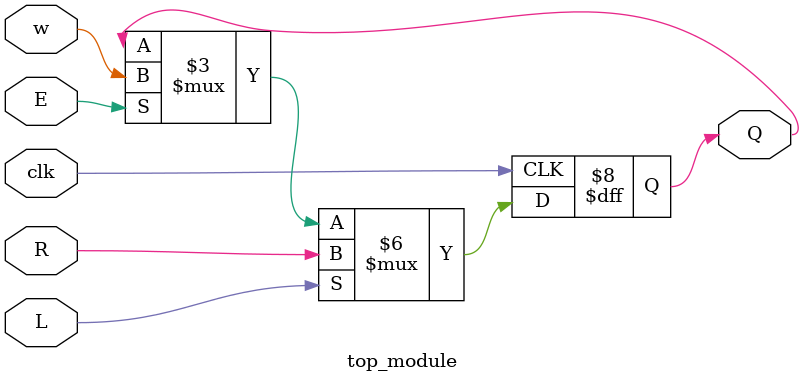
<source format=v>

module top_module 
    (
    input clk,
    input w, R, E, L,
    output Q
	);
    
    always @(posedge clk) 
    begin 
        if(L) Q <= R;
        else 
        begin
            if(E) Q <= w;
            else Q <= Q;
        end
    end

endmodule

</source>
